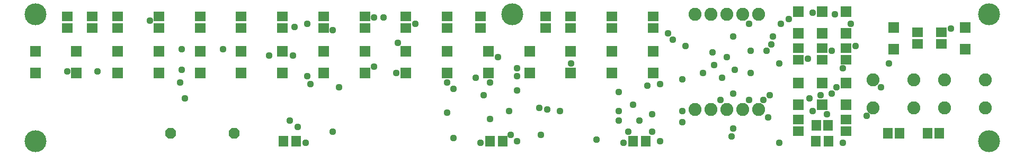
<source format=gts>
G75*
G70*
%OFA0B0*%
%FSLAX24Y24*%
%IPPOS*%
%LPD*%
%AMOC8*
5,1,8,0,0,1.08239X$1,22.5*
%
%ADD10R,0.0671X0.0671*%
%ADD11R,0.0671X0.0592*%
%ADD12C,0.0820*%
%ADD13R,0.0592X0.0671*%
%ADD14C,0.1380*%
%ADD15R,0.0592X0.0710*%
%ADD16OC8,0.0680*%
%ADD17C,0.0440*%
D10*
X001236Y005946D03*
X003827Y005946D03*
X006418Y005946D03*
X009010Y005946D03*
X011601Y005946D03*
X014192Y005946D03*
X016784Y005946D03*
X019375Y005946D03*
X021966Y005946D03*
X024558Y005946D03*
X027149Y005946D03*
X029740Y005946D03*
X032332Y005946D03*
X034923Y005946D03*
X037514Y005946D03*
X040106Y005946D03*
X040106Y007324D03*
X037514Y007324D03*
X034923Y007324D03*
X032332Y007324D03*
X029740Y007324D03*
X027149Y007324D03*
X024558Y007324D03*
X021966Y007324D03*
X019375Y007324D03*
X016784Y007324D03*
X014192Y007324D03*
X011601Y007324D03*
X009010Y007324D03*
X006418Y007324D03*
X003827Y007324D03*
X001236Y007324D03*
X049236Y008446D03*
X050736Y008446D03*
X052236Y008446D03*
X055236Y008824D03*
X059736Y008824D03*
X059736Y007446D03*
X055236Y007446D03*
X052236Y005324D03*
X050736Y005324D03*
X049236Y005324D03*
X049236Y003946D03*
X050736Y003946D03*
X052236Y003946D03*
X052236Y009824D03*
X050736Y009824D03*
X049236Y009824D03*
D11*
X056736Y008509D03*
X058236Y008509D03*
X058236Y007761D03*
X056736Y007761D03*
X052236Y007509D03*
X050736Y007509D03*
X049236Y007509D03*
X049236Y006761D03*
X050736Y006761D03*
X052236Y006761D03*
X040106Y008761D03*
X037514Y008761D03*
X034923Y008761D03*
X033332Y008761D03*
X033332Y009509D03*
X034923Y009509D03*
X037514Y009509D03*
X040106Y009509D03*
X029240Y009509D03*
X027149Y009509D03*
X024558Y009509D03*
X021966Y009509D03*
X019375Y009509D03*
X016784Y009509D03*
X014192Y009509D03*
X011601Y009509D03*
X009010Y009509D03*
X006418Y009509D03*
X004827Y009509D03*
X003236Y009509D03*
X003236Y008761D03*
X004827Y008761D03*
X006418Y008761D03*
X009010Y008761D03*
X011601Y008761D03*
X014192Y008761D03*
X016784Y008761D03*
X019375Y008761D03*
X021966Y008761D03*
X024558Y008761D03*
X027149Y008761D03*
X029240Y008761D03*
X049236Y003009D03*
X052236Y003009D03*
X052236Y002261D03*
X049236Y002261D03*
D12*
X046736Y003635D03*
X045736Y003635D03*
X044736Y003635D03*
X043736Y003635D03*
X042736Y003635D03*
X053956Y003745D03*
X056516Y003745D03*
X058456Y003745D03*
X061016Y003745D03*
X061016Y005525D03*
X058456Y005525D03*
X056516Y005525D03*
X053956Y005525D03*
X046736Y009635D03*
X045736Y009635D03*
X044736Y009635D03*
X043736Y009635D03*
X042736Y009635D03*
D13*
X050362Y002635D03*
X051110Y002635D03*
X054862Y002135D03*
X055610Y002135D03*
X057362Y002135D03*
X058110Y002135D03*
D14*
X001236Y001635D03*
X001236Y009635D03*
X031236Y009635D03*
X061236Y009635D03*
X061236Y001635D03*
D15*
X051129Y001635D03*
X050342Y001635D03*
X039629Y001635D03*
X038842Y001635D03*
X030629Y001635D03*
X029842Y001635D03*
X017629Y001635D03*
X016842Y001635D03*
D16*
X013736Y002135D03*
X009736Y002135D03*
D17*
X017236Y002935D03*
X017736Y002535D03*
X019936Y002235D03*
X018236Y001535D03*
X027536Y001835D03*
X029236Y001535D03*
X031536Y001635D03*
X031136Y002035D03*
X033036Y002035D03*
X036536Y001735D03*
X038236Y001535D03*
X040536Y001635D03*
X040036Y002235D03*
X038536Y002235D03*
X041936Y002835D03*
X040036Y003335D03*
X039236Y002935D03*
X037936Y002935D03*
X037936Y003535D03*
X038836Y003935D03*
X041936Y003535D03*
X044336Y004235D03*
X046136Y004235D03*
X047036Y004235D03*
X047436Y004535D03*
X045136Y004635D03*
X049936Y004335D03*
X050636Y004535D03*
X051336Y004635D03*
X051636Y005035D03*
X054436Y005035D03*
X052036Y006235D03*
X054936Y006535D03*
X051336Y007335D03*
X052836Y007635D03*
X049836Y006835D03*
X048036Y006535D03*
X045236Y006135D03*
X046236Y005935D03*
X044436Y005635D03*
X043236Y005935D03*
X041936Y005535D03*
X040536Y005235D03*
X039736Y005135D03*
X037936Y004735D03*
X032936Y003735D03*
X033436Y003635D03*
X034236Y003535D03*
X031036Y003535D03*
X029836Y003035D03*
X027136Y003435D03*
X029436Y004535D03*
X027536Y004935D03*
X027136Y005335D03*
X028936Y005635D03*
X029836Y005335D03*
X031536Y005735D03*
X031536Y006235D03*
X034936Y006535D03*
X030336Y006935D03*
X024036Y007835D03*
X019936Y008635D03*
X017536Y008835D03*
X018336Y009035D03*
X022536Y009435D03*
X023136Y009435D03*
X025136Y009035D03*
X017436Y007035D03*
X015936Y007035D03*
X013036Y007435D03*
X010436Y007435D03*
X010436Y006135D03*
X010336Y005335D03*
X005136Y006035D03*
X003236Y006035D03*
X010636Y004335D03*
X018536Y005235D03*
X020336Y005035D03*
X018336Y005735D03*
X022536Y006335D03*
X023936Y005935D03*
X031536Y004835D03*
X043936Y006435D03*
X044736Y006935D03*
X043836Y007235D03*
X042136Y007635D03*
X041336Y008035D03*
X041036Y008435D03*
X045136Y008235D03*
X047636Y008235D03*
X047536Y007735D03*
X047236Y007335D03*
X046236Y007335D03*
X046136Y009035D03*
X048136Y009035D03*
X048636Y009335D03*
X050136Y009735D03*
X051536Y009635D03*
X052536Y009035D03*
X058836Y008735D03*
X050136Y003535D03*
X051036Y003335D03*
X053536Y003235D03*
X047336Y003135D03*
X045136Y002435D03*
X045036Y001935D03*
X048036Y001535D03*
X052036Y001535D03*
X008436Y009235D03*
M02*

</source>
